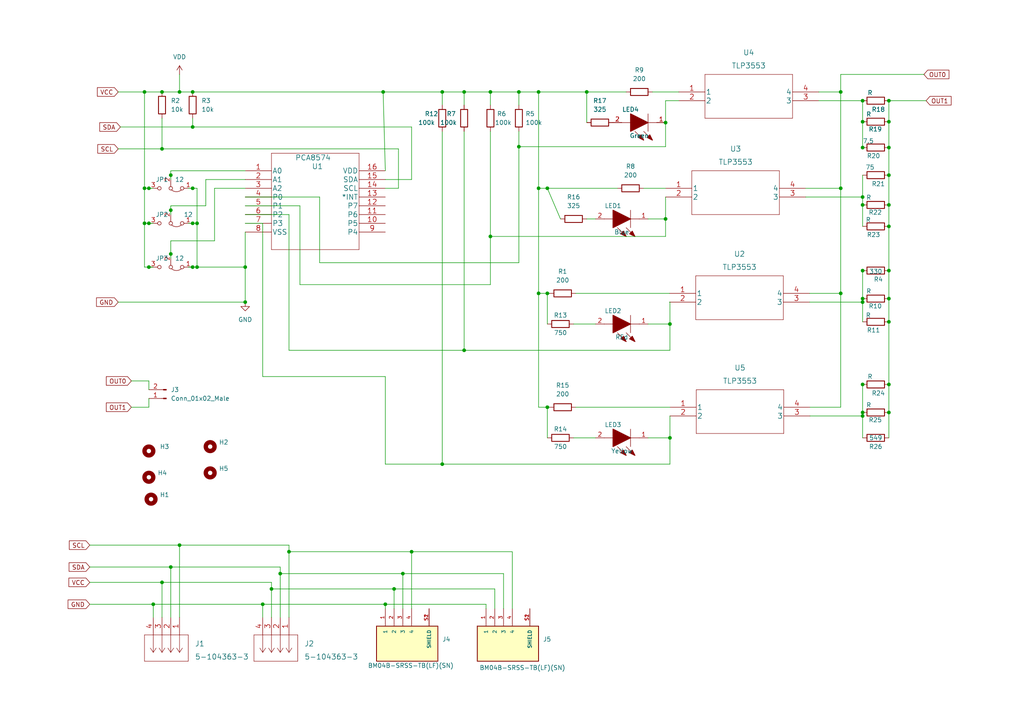
<source format=kicad_sch>
(kicad_sch (version 20230121) (generator eeschema)
  (paper "A4")
  (lib_symbols
    (symbol "5-104363-3:5-104363-3" (pin_names (offset 0.254) hide)
      (property "Reference" "J" (at 8.89 6.35 0))
      (property "Value" "5-104363-3" (at 10.16 -5.08 0))
      (symbol "5-104363-3_1_1"
        (polyline (pts (xy 5.08 -10.16) (xy 12.7 -10.16)) (stroke (width 0.127)))
        (polyline (pts (xy 5.08 2.54) (xy 5.08 -10.16)) (stroke (width 0.127)))
        (polyline (pts (xy 10.16 -7.62) (xy 5.08 -7.62)) (stroke (width 0.127)))
        (polyline (pts (xy 10.16 -7.62) (xy 8.89 -8.4582)) (stroke (width 0.127)))
        (polyline (pts (xy 10.16 -7.62) (xy 8.89 -6.7818)) (stroke (width 0.127)))
        (polyline (pts (xy 10.16 -5.08) (xy 5.08 -5.08)) (stroke (width 0.127)))
        (polyline (pts (xy 10.16 -5.08) (xy 8.89 -5.9182)) (stroke (width 0.127)))
        (polyline (pts (xy 10.16 -5.08) (xy 8.89 -4.2418)) (stroke (width 0.127)))
        (polyline (pts (xy 10.16 -2.54) (xy 5.08 -2.54)) (stroke (width 0.127)))
        (polyline (pts (xy 10.16 -2.54) (xy 8.89 -3.3782)) (stroke (width 0.127)))
        (polyline (pts (xy 10.16 -2.54) (xy 8.89 -1.7018)) (stroke (width 0.127)))
        (polyline (pts (xy 10.16 0) (xy 5.08 0)) (stroke (width 0.127)))
        (polyline (pts (xy 10.16 0) (xy 8.89 -0.8382)) (stroke (width 0.127)))
        (polyline (pts (xy 10.16 0) (xy 8.89 0.8382)) (stroke (width 0.127)))
        (polyline (pts (xy 12.7 -10.16) (xy 12.7 2.54)) (stroke (width 0.127)))
        (polyline (pts (xy 12.7 2.54) (xy 5.08 2.54)) (stroke (width 0.127)))
        (pin unspecified line (at 0 0 0) (length 5.08) (name "1") (number "1"))
        (pin unspecified line (at 0 -2.54 0) (length 5.08) (name "2") (number "2"))
        (pin unspecified line (at 0 -5.08 0) (length 5.08) (name "3") (number "3"))
        (pin unspecified line (at 0 -7.62 0) (length 5.08) (name "4") (number "4"))
      )
    )
    (symbol "BM04B-SRSS-TB_LF__SN_:BM04B-SRSS-TB(LF)(SN)" (pin_names (offset 1.016))
      (property "Reference" "J" (at -5.08 10.795 0))
      (property "Value" "BM04B-SRSS-TB(LF)(SN)" (at -5.08 -10.16 0))
      (symbol "BM04B-SRSS-TB(LF)(SN)_0_0"
        (rectangle (start -5.08 -7.62) (end 5.08 10.16) (stroke (width 0.254)) (fill (type background)))
        (pin passive line (at -10.16 7.62 0) (length 5.08) (name "1") (number "1"))
        (pin passive line (at -10.16 5.08 0) (length 5.08) (name "2") (number "2"))
        (pin passive line (at -10.16 2.54 0) (length 5.08) (name "3") (number "3"))
        (pin passive line (at -10.16 0 0) (length 5.08) (name "4") (number "4"))
        (pin passive line (at -10.16 -5.08 0) (length 5.08) (name "SHIELD") (number "S1"))
        (pin passive line (at -10.16 -5.08 0) (length 5.08) (name "SHIELD") (number "S2"))
      )
    )
    (symbol "Connector:Conn_01x02_Male" (pin_names (offset 1.016) hide)
      (property "Reference" "J" (at 0 2.54 0))
      (property "Value" "Conn_01x02_Male" (at 0 -5.08 0))
      (symbol "Conn_01x02_Male_1_1"
        (polyline (pts (xy 1.27 -2.54) (xy 0.8636 -2.54)) (stroke (width 0.1524)))
        (polyline (pts (xy 1.27 0) (xy 0.8636 0)) (stroke (width 0.1524)))
        (rectangle (start 0.8636 -2.413) (end 0 -2.667) (stroke (width 0.1524)) (fill (type outline)))
        (rectangle (start 0.8636 0.127) (end 0 -0.127) (stroke (width 0.1524)) (fill (type outline)))
        (pin passive line (at 5.08 0 180) (length 3.81) (name "Pin_1") (number "1"))
        (pin passive line (at 5.08 -2.54 180) (length 3.81) (name "Pin_2") (number "2"))
      )
    )
    (symbol "Device:R" (pin_numbers hide) (pin_names (offset 0))
      (property "Reference" "R" (at 2.032 0 90))
      (property "Value" "R" (at 0 0 90))
      (symbol "R_0_1"
        (rectangle (start -1.016 -2.54) (end 1.016 2.54) (stroke (width 0.254)))
      )
      (symbol "R_1_1"
        (pin passive line (at 0 3.81 270) (length 1.27) (name "~") (number "1"))
        (pin passive line (at 0 -3.81 90) (length 1.27) (name "~") (number "2"))
      )
    )
    (symbol "Jumper:Jumper_3_Bridged12" (pin_names (offset 0) hide)
      (property "Reference" "JP" (at -2.54 -2.54 0))
      (property "Value" "Jumper_3_Bridged12" (at 0 2.794 0))
      (symbol "Jumper_3_Bridged12_0_0"
        (circle (center -3.302 0) (radius 0.508))
        (circle (center 0 0) (radius 0.508))
        (circle (center 3.302 0) (radius 0.508))
      )
      (symbol "Jumper_3_Bridged12_0_1"
        (arc (start -0.254 0.508) (mid -1.651 0.9912) (end -3.048 0.508))
        (polyline (pts (xy 0 -1.27) (xy 0 -0.508)))
      )
      (symbol "Jumper_3_Bridged12_1_1"
        (pin passive line (at -6.35 0 0) (length 2.54) (name "A") (number "1"))
        (pin passive line (at 0 -3.81 90) (length 2.54) (name "C") (number "2"))
        (pin passive line (at 6.35 0 180) (length 2.54) (name "B") (number "3"))
      )
    )
    (symbol "Mechanical:MountingHole" (pin_names (offset 1.016))
      (property "Reference" "H" (at 0 5.08 0))
      (property "Value" "MountingHole" (at 0 3.175 0))
      (symbol "MountingHole_0_1"
        (circle (center 0 0) (radius 1.27) (stroke (width 1.27)))
      )
    )
    (symbol "PCA8574PW_118:PCA8574PW_118" (pin_names (offset 0.254))
      (property "Reference" "U" (at 20.32 10.16 0))
      (property "Value" "PCA8574PW_118" (at 20.32 7.62 0))
      (symbol "PCA8574PW_118_1_1"
        (polyline (pts (xy 7.62 -22.86) (xy 33.02 -22.86)) (stroke (width 0.127)))
        (polyline (pts (xy 7.62 5.08) (xy 7.62 -22.86)) (stroke (width 0.127)))
        (polyline (pts (xy 33.02 -22.86) (xy 33.02 5.08)) (stroke (width 0.127)))
        (polyline (pts (xy 33.02 5.08) (xy 7.62 5.08)) (stroke (width 0.127)))
        (pin input line (at 0 0 0) (length 7.62) (name "A0") (number "1"))
        (pin bidirectional line (at 40.64 -15.24 180) (length 7.62) (name "P5") (number "10"))
        (pin bidirectional line (at 40.64 -12.7 180) (length 7.62) (name "P6") (number "11"))
        (pin bidirectional line (at 40.64 -10.16 180) (length 7.62) (name "P7") (number "12"))
        (pin output line (at 40.64 -7.62 180) (length 7.62) (name "*INT") (number "13"))
        (pin input line (at 40.64 -5.08 180) (length 7.62) (name "SCL") (number "14"))
        (pin bidirectional line (at 40.64 -2.54 180) (length 7.62) (name "SDA") (number "15"))
        (pin power_in line (at 40.64 0 180) (length 7.62) (name "VDD") (number "16"))
        (pin input line (at 0 -2.54 0) (length 7.62) (name "A1") (number "2"))
        (pin input line (at 0 -5.08 0) (length 7.62) (name "A2") (number "3"))
        (pin bidirectional line (at 0 -7.62 0) (length 7.62) (name "P0") (number "4"))
        (pin bidirectional line (at 0 -10.16 0) (length 7.62) (name "P1") (number "5"))
        (pin bidirectional line (at 0 -12.7 0) (length 7.62) (name "P2") (number "6"))
        (pin bidirectional line (at 0 -15.24 0) (length 7.62) (name "P3") (number "7"))
        (pin power_in line (at 0 -17.78 0) (length 7.62) (name "VSS") (number "8"))
        (pin bidirectional line (at 40.64 -17.78 180) (length 7.62) (name "P4") (number "9"))
      )
    )
    (symbol "SamacSys_Parts:APT2012LZGCK" (pin_names (offset 0.762))
      (property "Reference" "LED" (at 12.7 8.89 0))
      (property "Value" "APT2012LZGCK" (at 12.7 6.35 0))
      (symbol "APT2012LZGCK_0_0"
        (pin passive line (at 0 0 0) (length 2.54) (name "~") (number "1"))
        (pin passive line (at 15.24 0 180) (length 2.54) (name "~") (number "2"))
      )
      (symbol "APT2012LZGCK_0_1"
        (polyline (pts (xy 2.54 0) (xy 5.08 0)) (stroke (width 0.1524)))
        (polyline (pts (xy 5.08 2.54) (xy 5.08 -2.54)) (stroke (width 0.1524)))
        (polyline (pts (xy 6.35 2.54) (xy 3.81 5.08)) (stroke (width 0.1524)))
        (polyline (pts (xy 8.89 2.54) (xy 6.35 5.08)) (stroke (width 0.1524)))
        (polyline (pts (xy 10.16 0) (xy 12.7 0)) (stroke (width 0.1524)))
        (polyline (pts (xy 5.08 0) (xy 10.16 2.54) (xy 10.16 -2.54) (xy 5.08 0)) (stroke (width 0.254)) (fill (type outline)))
        (polyline (pts (xy 5.334 4.318) (xy 4.572 3.556) (xy 3.81 5.08) (xy 5.334 4.318)) (stroke (width 0.254)) (fill (type outline)))
        (polyline (pts (xy 7.874 4.318) (xy 7.112 3.556) (xy 6.35 5.08) (xy 7.874 4.318)) (stroke (width 0.254)) (fill (type outline)))
      )
    )
    (symbol "TLP3553ATP1_F:TLP3553ATP1_F" (pin_names (offset 0.254))
      (property "Reference" "U" (at 20.32 10.16 0))
      (property "Value" "TLP3553ATP1_F" (at 20.32 7.62 0))
      (symbol "TLP3553ATP1_F_1_1"
        (polyline (pts (xy 7.62 -7.62) (xy 33.02 -7.62)) (stroke (width 0.127)))
        (polyline (pts (xy 7.62 5.08) (xy 7.62 -7.62)) (stroke (width 0.127)))
        (polyline (pts (xy 33.02 -7.62) (xy 33.02 5.08)) (stroke (width 0.127)))
        (polyline (pts (xy 33.02 5.08) (xy 7.62 5.08)) (stroke (width 0.127)))
        (pin unspecified line (at 0 0 0) (length 7.62) (name "1") (number "1"))
        (pin unspecified line (at 0 -2.54 0) (length 7.62) (name "2") (number "2"))
        (pin unspecified line (at 40.64 -2.54 180) (length 7.62) (name "3") (number "3"))
        (pin unspecified line (at 40.64 0 180) (length 7.62) (name "4") (number "4"))
      )
    )
    (symbol "power:GND" (power) (pin_names (offset 0))
      (property "Value" "GND" (at 0 -3.81 0))
      (symbol "GND_0_1"
        (polyline (pts (xy 0 0) (xy 0 -1.27) (xy 1.27 -1.27) (xy 0 -2.54) (xy -1.27 -1.27) (xy 0 -1.27)))
      )
      (symbol "GND_1_1"
        (pin power_in line (at 0 0 270) (length 0) hide (name "GND") (number "1"))
      )
    )
    (symbol "power:VDD" (power) (pin_names (offset 0))
      (property "Value" "VDD" (at 0 3.81 0))
      (symbol "VDD_0_1"
        (polyline (pts (xy -0.762 1.27) (xy 0 2.54)))
        (polyline (pts (xy 0 0) (xy 0 2.54)))
        (polyline (pts (xy 0 2.54) (xy 0.762 1.27)))
      )
      (symbol "VDD_1_1"
        (pin power_in line (at 0 0 90) (length 0) hide (name "VDD") (number "1"))
      )
    )
  )
  (junction (at 250.19 35.306))
  (junction (at 55.88 26.67))
  (junction (at 55.88 77.47))
  (junction (at 243.84 54.61))
  (junction (at 116.84 166.37))
  (junction (at 250.19 29.21))
  (junction (at 142.24 26.67))
  (junction (at 44.45 175.26))
  (junction (at 71.12 87.63))
  (junction (at 41.91 54.61))
  (junction (at 150.495 42.545))
  (junction (at 250.19 86.614))
  (junction (at 250.19 120.65))
  (junction (at 257.81 93.345))
  (junction (at 71.12 77.47))
  (junction (at 76.2 175.26))
  (junction (at 158.75 118.11))
  (junction (at 83.82 160.02))
  (junction (at 250.19 111.506))
  (junction (at 257.81 29.21))
  (junction (at 243.84 85.09))
  (junction (at 41.91 64.77))
  (junction (at 43.18 54.61))
  (junction (at 134.62 101.6))
  (junction (at 250.19 87.63))
  (junction (at 158.75 54.61))
  (junction (at 114.3 170.815))
  (junction (at 55.88 54.61))
  (junction (at 49.53 60.96))
  (junction (at 119.38 160.02))
  (junction (at 49.53 73.66))
  (junction (at 193.04 35.56))
  (junction (at 243.84 26.67))
  (junction (at 46.99 43.18))
  (junction (at 250.19 78.486))
  (junction (at 111.125 26.67))
  (junction (at 250.19 42.799))
  (junction (at 55.88 64.77))
  (junction (at 194.31 93.98))
  (junction (at 52.07 26.67))
  (junction (at 81.28 166.37))
  (junction (at 128.27 26.67))
  (junction (at 257.81 65.659))
  (junction (at 257.81 50.8))
  (junction (at 57.15 64.77))
  (junction (at 55.88 36.83))
  (junction (at 46.99 168.91))
  (junction (at 111.76 175.26))
  (junction (at 49.53 50.8))
  (junction (at 46.99 26.67))
  (junction (at 57.15 77.47))
  (junction (at 43.18 64.77))
  (junction (at 257.81 42.799))
  (junction (at 193.04 63.5))
  (junction (at 156.21 54.61))
  (junction (at 156.21 26.67))
  (junction (at 257.81 119.634))
  (junction (at 150.495 26.67))
  (junction (at 156.21 85.09))
  (junction (at 257.81 78.486))
  (junction (at 250.19 57.15))
  (junction (at 257.81 111.506))
  (junction (at 49.53 164.465))
  (junction (at 257.81 86.614))
  (junction (at 142.24 68.58))
  (junction (at 158.75 85.09))
  (junction (at 41.91 26.67))
  (junction (at 257.81 35.306))
  (junction (at 43.18 77.47))
  (junction (at 170.18 26.67))
  (junction (at 257.81 59.436))
  (junction (at 250.19 59.436))
  (junction (at 52.07 158.115))
  (junction (at 134.62 26.67))
  (junction (at 128.27 134.62))
  (junction (at 194.31 127))
  (junction (at 78.74 170.815))
  (junction (at 250.19 119.634))
  (wire (pts (xy 49.53 73.66) (xy 49.53 69.85)))
  (wire (pts (xy 49.53 164.465) (xy 49.53 179.07)))
  (wire (pts (xy 194.31 87.63) (xy 194.31 93.98)))
  (wire (pts (xy 257.81 50.8) (xy 257.81 59.436)))
  (wire (pts (xy 59.69 52.07) (xy 71.12 52.07)))
  (wire (pts (xy 49.53 50.8) (xy 49.53 49.53)))
  (wire (pts (xy 55.88 36.83) (xy 119.38 36.83)))
  (wire (pts (xy 172.72 63.5) (xy 170.18 63.5)))
  (wire (pts (xy 233.68 54.61) (xy 243.84 54.61)))
  (wire (pts (xy 44.45 77.47) (xy 43.18 77.47)))
  (wire (pts (xy 234.95 120.65) (xy 250.19 120.65)))
  (wire (pts (xy 54.61 64.77) (xy 55.88 64.77)))
  (wire (pts (xy 250.19 111.506) (xy 250.19 119.634)))
  (wire (pts (xy 34.925 36.83) (xy 55.88 36.83)))
  (wire (pts (xy 57.15 54.61) (xy 57.15 64.77)))
  (wire (pts (xy 250.19 57.15) (xy 250.19 59.436)))
  (wire (pts (xy 49.53 52.07) (xy 49.53 50.8)))
  (wire (pts (xy 119.38 36.83) (xy 119.38 52.07)))
  (wire (pts (xy 181.61 26.67) (xy 170.18 26.67)))
  (wire (pts (xy 26.035 158.115) (xy 52.07 158.115)))
  (wire (pts (xy 34.29 26.67) (xy 41.91 26.67)))
  (wire (pts (xy 194.31 127) (xy 194.31 134.62)))
  (wire (pts (xy 49.53 59.69) (xy 59.69 59.69)))
  (wire (pts (xy 44.45 175.26) (xy 76.2 175.26)))
  (wire (pts (xy 250.19 120.65) (xy 250.19 127)))
  (wire (pts (xy 158.75 118.11) (xy 156.21 118.11)))
  (wire (pts (xy 193.04 63.5) (xy 193.04 57.15)))
  (wire (pts (xy 41.91 64.77) (xy 43.18 64.77)))
  (wire (pts (xy 52.07 21.59) (xy 52.07 26.67)))
  (wire (pts (xy 257.81 111.506) (xy 257.81 119.634)))
  (wire (pts (xy 55.88 64.77) (xy 57.15 64.77)))
  (wire (pts (xy 119.38 52.07) (xy 111.76 52.07)))
  (wire (pts (xy 234.823 87.63) (xy 250.19 87.63)))
  (wire (pts (xy 170.18 26.67) (xy 170.18 35.56)))
  (wire (pts (xy 150.495 42.545) (xy 193.04 42.545)))
  (wire (pts (xy 143.51 170.815) (xy 143.51 176.53)))
  (wire (pts (xy 243.84 54.61) (xy 243.84 85.09)))
  (wire (pts (xy 243.84 21.59) (xy 267.97 21.59)))
  (wire (pts (xy 115.57 54.61) (xy 111.76 54.61)))
  (wire (pts (xy 92.71 76.2) (xy 150.495 76.2)))
  (wire (pts (xy 78.74 168.91) (xy 46.99 168.91)))
  (wire (pts (xy 115.57 43.18) (xy 115.57 54.61)))
  (wire (pts (xy 150.495 26.67) (xy 150.495 30.48)))
  (wire (pts (xy 49.53 164.465) (xy 81.28 164.465)))
  (wire (pts (xy 114.3 170.815) (xy 114.3 176.53)))
  (wire (pts (xy 46.99 43.18) (xy 115.57 43.18)))
  (wire (pts (xy 187.96 63.5) (xy 193.04 63.5)))
  (wire (pts (xy 43.18 115.57) (xy 43.18 118.11)))
  (wire (pts (xy 111.76 109.22) (xy 111.76 134.62)))
  (wire (pts (xy 156.21 26.67) (xy 156.21 54.61)))
  (wire (pts (xy 150.495 26.67) (xy 142.24 26.67)))
  (wire (pts (xy 49.53 62.23) (xy 49.53 60.96)))
  (wire (pts (xy 189.23 26.67) (xy 196.85 26.67)))
  (wire (pts (xy 54.61 54.61) (xy 55.88 54.61)))
  (wire (pts (xy 194.31 87.63) (xy 194.183 87.63)))
  (wire (pts (xy 41.91 26.67) (xy 46.99 26.67)))
  (wire (pts (xy 128.27 38.1) (xy 128.27 134.62)))
  (wire (pts (xy 159.385 118.11) (xy 158.75 118.11)))
  (wire (pts (xy 71.12 77.47) (xy 71.12 87.63)))
  (wire (pts (xy 44.45 175.26) (xy 44.45 179.07)))
  (wire (pts (xy 158.75 118.11) (xy 158.75 127)))
  (wire (pts (xy 62.23 69.85) (xy 62.23 54.61)))
  (wire (pts (xy 49.53 49.53) (xy 71.12 49.53)))
  (wire (pts (xy 81.28 166.37) (xy 116.84 166.37)))
  (wire (pts (xy 83.82 62.23) (xy 71.12 62.23)))
  (wire (pts (xy 186.69 54.61) (xy 193.04 54.61)))
  (wire (pts (xy 142.24 68.58) (xy 193.04 68.58)))
  (wire (pts (xy 46.99 26.67) (xy 52.07 26.67)))
  (wire (pts (xy 243.84 85.09) (xy 243.84 118.11)))
  (wire (pts (xy 41.91 77.47) (xy 41.91 64.77)))
  (wire (pts (xy 250.19 50.8) (xy 250.19 57.15)))
  (wire (pts (xy 55.88 36.83) (xy 55.88 34.29)))
  (wire (pts (xy 71.12 64.77) (xy 76.2 64.77)))
  (wire (pts (xy 71.12 67.31) (xy 71.12 77.47)))
  (wire (pts (xy 134.62 38.1) (xy 134.62 101.6)))
  (wire (pts (xy 119.38 160.02) (xy 119.38 176.53)))
  (wire (pts (xy 71.12 57.15) (xy 92.71 57.15)))
  (wire (pts (xy 140.97 175.26) (xy 111.76 175.26)))
  (wire (pts (xy 193.04 68.58) (xy 193.04 63.5)))
  (wire (pts (xy 76.2 175.26) (xy 111.76 175.26)))
  (wire (pts (xy 257.81 35.306) (xy 257.81 42.799)))
  (wire (pts (xy 55.88 26.67) (xy 111.125 26.67)))
  (wire (pts (xy 128.27 26.67) (xy 128.27 30.48)))
  (wire (pts (xy 250.19 78.486) (xy 250.19 86.614)))
  (wire (pts (xy 34.29 87.63) (xy 71.12 87.63)))
  (wire (pts (xy 257.81 29.21) (xy 268.605 29.21)))
  (wire (pts (xy 250.19 35.306) (xy 250.19 42.799)))
  (wire (pts (xy 49.53 69.85) (xy 62.23 69.85)))
  (wire (pts (xy 142.24 26.67) (xy 142.24 30.48)))
  (wire (pts (xy 76.2 109.22) (xy 111.76 109.22)))
  (wire (pts (xy 128.27 134.62) (xy 194.31 134.62)))
  (wire (pts (xy 142.24 38.1) (xy 142.24 68.58)))
  (wire (pts (xy 86.995 82.55) (xy 142.24 82.55)))
  (wire (pts (xy 193.04 29.21) (xy 193.04 35.56)))
  (wire (pts (xy 52.07 158.115) (xy 83.82 158.115)))
  (wire (pts (xy 257.81 65.659) (xy 257.81 78.486)))
  (wire (pts (xy 257.81 86.614) (xy 257.81 93.345)))
  (wire (pts (xy 43.18 77.47) (xy 41.91 77.47)))
  (wire (pts (xy 158.75 85.09) (xy 156.21 85.09)))
  (wire (pts (xy 257.81 78.486) (xy 257.81 86.614)))
  (wire (pts (xy 194.31 120.65) (xy 194.31 127)))
  (wire (pts (xy 49.53 74.93) (xy 49.53 73.66)))
  (wire (pts (xy 78.74 170.815) (xy 114.3 170.815)))
  (wire (pts (xy 114.3 170.815) (xy 143.51 170.815)))
  (wire (pts (xy 146.05 166.37) (xy 146.05 176.53)))
  (wire (pts (xy 111.76 176.53) (xy 111.76 175.26)))
  (wire (pts (xy 257.81 119.634) (xy 257.81 127)))
  (wire (pts (xy 86.995 59.69) (xy 86.995 82.55)))
  (wire (pts (xy 243.84 21.59) (xy 243.84 26.67)))
  (wire (pts (xy 111.125 26.67) (xy 128.27 26.67)))
  (wire (pts (xy 81.28 166.37) (xy 81.28 179.07)))
  (wire (pts (xy 76.2 175.26) (xy 76.2 179.07)))
  (wire (pts (xy 54.61 77.47) (xy 55.88 77.47)))
  (wire (pts (xy 196.85 29.21) (xy 193.04 29.21)))
  (wire (pts (xy 92.71 57.15) (xy 92.71 76.2)))
  (wire (pts (xy 250.19 42.799) (xy 250.19 42.926)))
  (wire (pts (xy 250.19 86.614) (xy 250.19 87.63)))
  (wire (pts (xy 78.74 170.815) (xy 78.74 168.91)))
  (wire (pts (xy 83.82 158.115) (xy 83.82 160.02)))
  (wire (pts (xy 62.23 54.61) (xy 71.12 54.61)))
  (wire (pts (xy 250.19 111.252) (xy 250.19 111.506)))
  (wire (pts (xy 140.97 176.53) (xy 140.97 175.26)))
  (wire (pts (xy 46.99 168.91) (xy 26.035 168.91)))
  (wire (pts (xy 81.28 164.465) (xy 81.28 166.37)))
  (wire (pts (xy 257.81 59.436) (xy 257.81 65.659)))
  (wire (pts (xy 250.19 119.634) (xy 250.19 120.65)))
  (wire (pts (xy 83.82 160.02) (xy 83.82 179.07)))
  (wire (pts (xy 49.53 60.96) (xy 49.53 59.69)))
  (wire (pts (xy 237.49 29.21) (xy 250.19 29.21)))
  (wire (pts (xy 158.75 54.61) (xy 162.56 63.5)))
  (wire (pts (xy 128.27 26.67) (xy 134.62 26.67)))
  (wire (pts (xy 57.15 64.77) (xy 57.15 77.47)))
  (wire (pts (xy 159.385 85.09) (xy 158.75 85.09)))
  (wire (pts (xy 134.62 26.67) (xy 142.24 26.67)))
  (wire (pts (xy 111.125 26.67) (xy 111.76 49.53)))
  (wire (pts (xy 119.38 160.02) (xy 148.59 160.02)))
  (wire (pts (xy 167.005 85.09) (xy 194.183 85.09)))
  (wire (pts (xy 116.84 166.37) (xy 146.05 166.37)))
  (wire (pts (xy 26.035 175.26) (xy 44.45 175.26)))
  (wire (pts (xy 150.495 26.67) (xy 156.21 26.67)))
  (wire (pts (xy 167.005 118.11) (xy 194.31 118.11)))
  (wire (pts (xy 52.07 26.67) (xy 55.88 26.67)))
  (wire (pts (xy 194.31 93.98) (xy 194.31 101.6)))
  (wire (pts (xy 234.823 85.09) (xy 243.84 85.09)))
  (wire (pts (xy 111.76 134.62) (xy 128.27 134.62)))
  (wire (pts (xy 46.99 168.91) (xy 46.99 179.07)))
  (wire (pts (xy 156.21 118.11) (xy 156.21 85.09)))
  (wire (pts (xy 38.1 110.49) (xy 43.18 110.49)))
  (wire (pts (xy 134.62 101.6) (xy 83.82 101.6)))
  (wire (pts (xy 43.18 110.49) (xy 43.18 113.03)))
  (wire (pts (xy 41.91 26.67) (xy 41.91 54.61)))
  (wire (pts (xy 179.07 54.61) (xy 158.75 54.61)))
  (wire (pts (xy 233.68 57.15) (xy 250.19 57.15)))
  (wire (pts (xy 41.91 64.77) (xy 41.91 54.61)))
  (wire (pts (xy 150.495 38.1) (xy 150.495 42.545)))
  (wire (pts (xy 41.91 54.61) (xy 43.18 54.61)))
  (wire (pts (xy 59.69 59.69) (xy 59.69 52.07)))
  (wire (pts (xy 46.99 34.29) (xy 46.99 43.18)))
  (wire (pts (xy 193.04 35.56) (xy 193.04 42.545)))
  (wire (pts (xy 257.81 29.21) (xy 257.81 35.306)))
  (wire (pts (xy 134.62 26.67) (xy 134.62 30.48)))
  (wire (pts (xy 187.96 93.98) (xy 194.31 93.98)))
  (wire (pts (xy 234.95 118.11) (xy 243.84 118.11)))
  (wire (pts (xy 172.72 93.98) (xy 166.37 93.98)))
  (wire (pts (xy 76.2 64.77) (xy 76.2 109.22)))
  (wire (pts (xy 78.74 179.07) (xy 78.74 170.815)))
  (wire (pts (xy 142.24 82.55) (xy 142.24 68.58)))
  (wire (pts (xy 250.19 78.232) (xy 250.19 78.486)))
  (wire (pts (xy 150.495 76.2) (xy 150.495 42.545)))
  (wire (pts (xy 26.035 164.465) (xy 49.53 164.465)))
  (wire (pts (xy 34.29 43.18) (xy 46.99 43.18)))
  (wire (pts (xy 187.96 127) (xy 194.31 127)))
  (wire (pts (xy 116.84 166.37) (xy 116.84 176.53)))
  (wire (pts (xy 250.19 59.436) (xy 250.19 65.659)))
  (wire (pts (xy 43.18 64.77) (xy 44.45 64.77)))
  (wire (pts (xy 148.59 160.02) (xy 148.59 176.53)))
  (wire (pts (xy 250.19 29.21) (xy 250.19 35.306)))
  (wire (pts (xy 257.81 42.799) (xy 257.81 50.8)))
  (wire (pts (xy 158.75 85.09) (xy 158.75 93.98)))
  (wire (pts (xy 57.15 77.47) (xy 71.12 77.47)))
  (wire (pts (xy 134.62 101.6) (xy 194.31 101.6)))
  (wire (pts (xy 83.82 62.23) (xy 83.82 101.6)))
  (wire (pts (xy 250.19 87.63) (xy 250.19 93.345)))
  (wire (pts (xy 55.88 77.47) (xy 57.15 77.47)))
  (wire (pts (xy 71.12 59.69) (xy 86.995 59.69)))
  (wire (pts (xy 43.18 54.61) (xy 44.45 54.61)))
  (wire (pts (xy 43.18 118.11) (xy 38.1 118.11)))
  (wire (pts (xy 156.21 54.61) (xy 156.21 85.09)))
  (wire (pts (xy 83.82 160.02) (xy 119.38 160.02)))
  (wire (pts (xy 172.72 127) (xy 166.37 127)))
  (wire (pts (xy 257.81 93.345) (xy 257.81 111.506)))
  (wire (pts (xy 52.07 158.115) (xy 52.07 179.07)))
  (wire (pts (xy 243.84 26.67) (xy 243.84 54.61)))
  (wire (pts (xy 55.88 54.61) (xy 57.15 54.61)))
  (wire (pts (xy 158.75 54.61) (xy 156.21 54.61)))
  (wire (pts (xy 170.18 26.67) (xy 156.21 26.67)))
  (wire (pts (xy 237.49 26.67) (xy 243.84 26.67)))
  (global_label "OUT1" (shape input) (at 38.1 118.11 180) (property "Intersheetrefs" "${INTERSHEET_REFS}" (effects hide)))
  (global_label "VCC" (shape input) (at 26.035 168.91 180) (property "Intersheetrefs" "${INTERSHEET_REFS}" (effects hide)))
  (global_label "SCL" (shape input) (at 34.29 43.18 180) (property "Intersheetrefs" "${INTERSHEET_REFS}" (effects hide)))
  (global_label "VCC" (shape input) (at 34.29 26.67 180) (property "Intersheetrefs" "${INTERSHEET_REFS}" (effects hide)))
  (global_label "OUT0" (shape input) (at 267.97 21.59 0) (property "Intersheetrefs" "${INTERSHEET_REFS}" (effects hide)))
  (global_label "SDA" (shape input) (at 26.035 164.465 180) (property "Intersheetrefs" "${INTERSHEET_REFS}" (effects hide)))
  (global_label "SCL" (shape input) (at 26.035 158.115 180) (property "Intersheetrefs" "${INTERSHEET_REFS}" (effects hide)))
  (global_label "OUT0" (shape input) (at 38.1 110.49 180) (property "Intersheetrefs" "${INTERSHEET_REFS}" (effects hide)))
  (global_label "GND" (shape input) (at 34.29 87.63 180) (property "Intersheetrefs" "${INTERSHEET_REFS}" (effects hide)))
  (global_label "GND" (shape input) (at 26.035 175.26 180) (property "Intersheetrefs" "${INTERSHEET_REFS}" (effects hide)))
  (global_label "OUT1" (shape input) (at 268.605 29.21 0) (property "Intersheetrefs" "${INTERSHEET_REFS}" (effects hide)))
  (global_label "SDA" (shape input) (at 34.925 36.83 180) (property "Intersheetrefs" "${INTERSHEET_REFS}" (effects hide)))
  (symbol (lib_id "Device:R") (at 134.62 34.29 180) (unit 1)
    (property "Reference" "R7" (at 129.54 33.02 0) (effects (justify right)))
    (property "Value" "100k" (at 127.635 35.56 0) (effects (justify right)))
    (property "Footprint" "Resistor_SMD:R_0805_2012Metric" (effects hide))
  )
  (symbol (lib_id "Device:R") (at 162.56 127 90) (unit 1)
    (property "Reference" "R14" (at 162.56 124.46 90))
    (property "Value" "750" (at 162.56 129.54 90))
    (property "Footprint" "Resistor_SMD:R_0805_2012Metric" (effects hide))
  )
  (symbol (lib_id "Device:R") (at 163.195 85.09 90) (unit 1)
    (property "Reference" "R1" (at 163.195 78.74 90))
    (property "Value" "200" (at 163.195 81.28 90))
    (property "Footprint" "Resistor_SMD:R_0805_2012Metric" (effects hide))
  )
  (symbol (lib_id "Device:R") (at 150.495 34.29 180) (unit 1)
    (property "Reference" "R5" (at 152.4 33.02 0) (effects (justify right)))
    (property "Value" "100k" (at 152.4 35.56 0) (effects (justify right)))
    (property "Footprint" "Resistor_SMD:R_0805_2012Metric" (effects hide))
  )
  (symbol (lib_id "Device:R") (at 166.37 63.5 90) (unit 1)
    (property "Reference" "R16" (at 166.37 57.15 90))
    (property "Value" "325" (at 166.37 59.69 90))
    (property "Footprint" "Resistor_SMD:R_0805_2012Metric" (effects hide))
  )
  (symbol (lib_id "Mechanical:MountingHole") (at 43.815 144.78 0) (unit 1)
    (property "Reference" "H1" (at 46.355 143.5099 0) (effects (justify left)))
    (property "Value" " " (at 46.355 146.0499 0) (effects (justify left)))
    (property "Footprint" "MountingHole:MountingHole_2.7mm_M2.5" (effects hide))
  )
  (symbol (lib_id "Mechanical:MountingHole") (at 60.96 129.54 0) (unit 1)
    (property "Reference" "H2" (at 63.5 128.2699 0) (effects (justify left)))
    (property "Value" " " (at 63.5 130.8099 0) (effects (justify left)))
    (property "Footprint" "MountingHole:MountingHole_2.7mm_M2.5" (effects hide))
  )
  (symbol (lib_id "PCA8574PW_118:PCA8574PW_118") (at 71.12 49.53 0) (unit 1)
    (property "Reference" "U1" (at 92.075 48.26 0) (effects (font (size 1.524 1.524))))
    (property "Value" "PCA8574" (at 90.805 45.72 0) (effects (font (size 1.524 1.524))))
    (property "Footprint" "library_components:PCA8574PW_118" (effects hide))
  )
  (symbol (lib_id "Device:R") (at 163.195 118.11 90) (unit 1)
    (property "Reference" "R15" (at 163.195 111.76 90))
    (property "Value" "200" (at 163.195 114.3 90))
    (property "Footprint" "Resistor_SMD:R_0805_2012Metric" (effects hide))
  )
  (symbol (lib_id "Device:R") (at 254 127 90) (unit 1)
    (property "Reference" "R26" (at 254 129.54 90))
    (property "Value" "549" (at 254 127 90))
    (property "Footprint" "Resistor_SMD:R_1206_3216Metric_Pad1.30x1.75mm_HandSolder" (effects hide))
  )
  (symbol (lib_id "Device:R") (at 254 29.21 90) (unit 1)
    (property "Reference" "R18" (at 254.762 31.75 90))
    (property "Value" "R" (at 252.349 26.924 90))
    (property "Footprint" "Resistor_SMD:R_1206_3216Metric_Pad1.30x1.75mm_HandSolder" (effects hide))
  )
  (symbol (lib_id "Mechanical:MountingHole") (at 60.96 137.16 0) (unit 1)
    (property "Reference" "H5" (at 63.5 135.8899 0) (effects (justify left)))
    (property "Value" " " (at 63.5 138.4299 0) (effects (justify left)))
    (property "Footprint" "MountingHole:MountingHole_2.7mm_M2.5" (effects hide))
  )
  (symbol (lib_id "SamacSys_Parts:APT2012LZGCK") (at 187.96 127 180) (unit 1)
    (property "Reference" "LED3" (at 177.8 123.19 0))
    (property "Value" "Yellow" (at 180.34 130.81 0))
    (property "Footprint" "library_components:LEDC2012X85N" (effects hide))
    (property "Datasheet" "http://www.kingbrightusa.com/images/catalog/SPEC/APT2012LZGCK.pdf" (effects hide))
    (property "Description" "Standard LEDs - SMD 2.0X1.2MM LOW CRNT" (effects hide))
    (property "Height" "0.85" (effects hide))
    (property "Mouser Part Number" "604-APT2012LZGCK" (effects hide))
    (property "Mouser Price/Stock" "https://www.mouser.co.uk/ProductDetail/Kingbright/APT2012LZGCK?qs=6oMev5NRZMHOosFiXb%2F3qw%3D%3D" (effects hide))
    (property "Manufacturer_Name" "Kingbright" (effects hide))
    (property "Manufacturer_Part_Number" "APT2012LZGCK" (effects hide))
  )
  (symbol (lib_id "SamacSys_Parts:APT2012LZGCK") (at 187.96 63.5 180) (unit 1)
    (property "Reference" "LED1" (at 177.8 59.69 0))
    (property "Value" "Blue" (at 180.34 67.31 0))
    (property "Footprint" "library_components:LEDC2012X85N" (effects hide))
    (property "Datasheet" "http://www.kingbrightusa.com/images/catalog/SPEC/APT2012LZGCK.pdf" (effects hide))
    (property "Description" "Standard LEDs - SMD 2.0X1.2MM LOW CRNT" (effects hide))
    (property "Height" "0.85" (effects hide))
    (property "Mouser Part Number" "604-APT2012LZGCK" (effects hide))
    (property "Mouser Price/Stock" "https://www.mouser.co.uk/ProductDetail/Kingbright/APT2012LZGCK?qs=6oMev5NRZMHOosFiXb%2F3qw%3D%3D" (effects hide))
    (property "Manufacturer_Name" "Kingbright" (effects hide))
    (property "Manufacturer_Part_Number" "APT2012LZGCK" (effects hide))
  )
  (symbol (lib_id "Jumper:Jumper_3_Bridged12") (at 49.53 54.61 180) (unit 1)
    (property "Reference" "JP1" (at 46.99 52.07 0))
    (property "Value" "12" (at 52.07 52.07 0))
    (property "Footprint" "Jumper:SolderJumper-3_P1.3mm_Bridged12_Pad1.0x1.5mm" (effects hide))
  )
  (symbol (lib_id "Device:R") (at 46.99 30.48 180) (unit 1)
    (property "Reference" "R2" (at 49.53 29.2099 0) (effects (justify right)))
    (property "Value" "10k" (at 49.53 31.75 0) (effects (justify right)))
    (property "Footprint" "Resistor_SMD:R_0805_2012Metric" (effects hide))
  )
  (symbol (lib_id "Device:R") (at 55.88 30.48 180) (unit 1)
    (property "Reference" "R3" (at 58.42 29.2099 0) (effects (justify right)))
    (property "Value" "10k" (at 58.42 31.7499 0) (effects (justify right)))
    (property "Footprint" "Resistor_SMD:R_0805_2012Metric" (effects hide))
  )
  (symbol (lib_id "Connector:Conn_01x02_Male") (at 48.26 115.57 180) (unit 1)
    (property "Reference" "J3" (at 49.53 113.0299 0) (effects (justify right)))
    (property "Value" "Conn_01x02_Male" (at 49.53 115.5699 0) (effects (justify right)))
    (property "Footprint" "Connector_PinHeader_2.54mm:PinHeader_1x02_P2.54mm_Vertical" (effects hide))
  )
  (symbol (lib_id "power:VDD") (at 52.07 21.59 0) (unit 1)
    (property "Reference" "#PWR01" (effects hide))
    (property "Value" "VDD" (at 52.07 16.51 0))
  )
  (symbol (lib_id "Device:R") (at 182.88 54.61 90) (unit 1)
    (property "Reference" "R8" (at 182.88 48.26 90))
    (property "Value" "200" (at 182.88 50.8 90))
    (property "Footprint" "Resistor_SMD:R_0805_2012Metric" (effects hide))
  )
  (symbol (lib_id "Device:R") (at 185.42 26.67 90) (unit 1)
    (property "Reference" "R9" (at 185.42 20.32 90))
    (property "Value" "200" (at 185.42 22.86 90))
    (property "Footprint" "Resistor_SMD:R_0805_2012Metric" (effects hide))
  )
  (symbol (lib_id "SamacSys_Parts:APT2012LZGCK") (at 187.96 93.98 180) (unit 1)
    (property "Reference" "LED2" (at 177.8 90.17 0))
    (property "Value" "REd" (at 180.34 97.79 0))
    (property "Footprint" "library_components:LEDC2012X85N" (effects hide))
    (property "Datasheet" "http://www.kingbrightusa.com/images/catalog/SPEC/APT2012LZGCK.pdf" (effects hide))
    (property "Description" "Standard LEDs - SMD 2.0X1.2MM LOW CRNT" (effects hide))
    (property "Height" "0.85" (effects hide))
    (property "Mouser Part Number" "604-APT2012LZGCK" (effects hide))
    (property "Mouser Price/Stock" "https://www.mouser.co.uk/ProductDetail/Kingbright/APT2012LZGCK?qs=6oMev5NRZMHOosFiXb%2F3qw%3D%3D" (effects hide))
    (property "Manufacturer_Name" "Kingbright" (effects hide))
    (property "Manufacturer_Part_Number" "APT2012LZGCK" (effects hide))
  )
  (symbol (lib_id "BM04B-SRSS-TB_LF__SN_:BM04B-SRSS-TB(LF)(SN)") (at 119.38 186.69 90) (mirror x) (unit 1)
    (property "Reference" "J4" (at 128.27 185.4199 90) (effects (justify right)))
    (property "Value" "BM04B-SRSS-TB(LF)(SN)" (at 106.68 193.04 90) (effects (justify right)))
    (property "Footprint" "library_components:CONN_BM04B-SRSS-TB(LF)(SN)" (effects hide))
    (property "MANUFACTURER" "JST" (effects hide))
    (property "PARTREV" "N/A" (effects hide))
    (property "STANDARD" "Manufacturer Recommendations" (effects hide))
  )
  (symbol (lib_id "power:GND") (at 71.12 87.63 0) (unit 1)
    (property "Reference" "#PWR02" (effects hide))
    (property "Value" "GND" (at 71.12 92.71 0))
  )
  (symbol (lib_id "Device:R") (at 142.24 34.29 180) (unit 1)
    (property "Reference" "R6" (at 144.145 33.02 0) (effects (justify right)))
    (property "Value" "100k" (at 143.51 35.56 0) (effects (justify right)))
    (property "Footprint" "Resistor_SMD:R_0805_2012Metric" (effects hide))
  )
  (symbol (lib_id "Device:R") (at 254 78.486 90) (unit 1)
    (property "Reference" "R4" (at 254.762 81.026 90))
    (property "Value" "330" (at 254 78.74 90))
    (property "Footprint" "Resistor_SMD:R_1206_3216Metric_Pad1.30x1.75mm_HandSolder" (effects hide))
  )
  (symbol (lib_id "5-104363-3:5-104363-3") (at 83.82 179.07 270) (unit 1)
    (property "Reference" "J2" (at 88.265 186.69 90) (effects (font (size 1.524 1.524)) (justify left)))
    (property "Value" "5-104363-3" (at 88.265 190.5 90) (effects (font (size 1.524 1.524)) (justify left)))
    (property "Footprint" "library_components:5-104363-3" (effects hide))
  )
  (symbol (lib_id "BM04B-SRSS-TB_LF__SN_:BM04B-SRSS-TB(LF)(SN)") (at 148.59 186.69 90) (mirror x) (unit 1)
    (property "Reference" "J5" (at 157.48 185.4199 90) (effects (justify right)))
    (property "Value" "BM04B-SRSS-TB(LF)(SN)" (at 139.065 193.675 90) (effects (justify right)))
    (property "Footprint" "library_components:CONN_BM04B-SRSS-TB(LF)(SN)" (effects hide))
    (property "MANUFACTURER" "JST" (effects hide))
    (property "PARTREV" "N/A" (effects hide))
    (property "STANDARD" "Manufacturer Recommendations" (effects hide))
  )
  (symbol (lib_id "Mechanical:MountingHole") (at 43.18 138.43 0) (unit 1)
    (property "Reference" "H4" (at 45.72 137.1599 0) (effects (justify left)))
    (property "Value" " " (at 45.72 139.6999 0) (effects (justify left)))
    (property "Footprint" "MountingHole:MountingHole_2.7mm_M2.5" (effects hide))
  )
  (symbol (lib_id "Device:R") (at 254 35.306 90) (unit 1)
    (property "Reference" "R19" (at 253.873 37.465 90))
    (property "Value" "R" (at 251.968 33.147 90))
    (property "Footprint" "Resistor_SMD:R_1206_3216Metric_Pad1.30x1.75mm_HandSolder" (effects hide))
  )
  (symbol (lib_id "Device:R") (at 254 65.659 90) (unit 1)
    (property "Reference" "R23" (at 253.365 68.072 90))
    (property "Value" "R" (at 251.841 63.754 90))
    (property "Footprint" "Resistor_SMD:R_1206_3216Metric_Pad1.30x1.75mm_HandSolder" (effects hide))
  )
  (symbol (lib_id "TLP3553ATP1_F:TLP3553ATP1_F") (at 194.31 118.11 0) (unit 1)
    (property "Reference" "U5" (at 214.63 106.68 0) (effects (font (size 1.524 1.524))))
    (property "Value" "TLP3553" (at 214.63 110.49 0) (effects (font (size 1.524 1.524))))
    (property "Footprint" "library_components:TLP3553ATP1_F" (effects hide))
  )
  (symbol (lib_id "Device:R") (at 254 59.436 90) (unit 1)
    (property "Reference" "R22" (at 253.873 61.595 90))
    (property "Value" "R" (at 251.968 57.277 90))
    (property "Footprint" "Resistor_SMD:R_1206_3216Metric_Pad1.30x1.75mm_HandSolder" (effects hide))
  )
  (symbol (lib_id "Device:R") (at 254 93.345 90) (unit 1)
    (property "Reference" "R11" (at 253.365 95.758 90))
    (property "Value" "R" (at 251.841 91.44 90))
    (property "Footprint" "Resistor_SMD:R_1206_3216Metric_Pad1.30x1.75mm_HandSolder" (effects hide))
  )
  (symbol (lib_id "Device:R") (at 254 86.614 90) (unit 1)
    (property "Reference" "R10" (at 253.873 88.773 90))
    (property "Value" "R" (at 251.968 84.455 90))
    (property "Footprint" "Resistor_SMD:R_1206_3216Metric_Pad1.30x1.75mm_HandSolder" (effects hide))
  )
  (symbol (lib_id "Jumper:Jumper_3_Bridged12") (at 49.53 77.47 180) (unit 1)
    (property "Reference" "JP3" (at 46.99 74.93 0))
    (property "Value" "12" (at 52.07 74.93 0))
    (property "Footprint" "Jumper:SolderJumper-3_P1.3mm_Bridged12_Pad1.0x1.5mm" (effects hide))
  )
  (symbol (lib_id "Mechanical:MountingHole") (at 43.18 130.81 0) (unit 1)
    (property "Reference" "H3" (at 46.355 129.5399 0) (effects (justify left)))
    (property "Value" " " (at 46.355 132.0799 0) (effects (justify left)))
    (property "Footprint" "MountingHole:MountingHole_2.7mm_M2.5" (effects hide))
  )
  (symbol (lib_id "Device:R") (at 254 111.506 90) (unit 1)
    (property "Reference" "R24" (at 254.762 114.046 90))
    (property "Value" "R" (at 252.349 109.22 90))
    (property "Footprint" "Resistor_SMD:R_1206_3216Metric_Pad1.30x1.75mm_HandSolder" (effects hide))
  )
  (symbol (lib_id "Device:R") (at 254 50.8 90) (unit 1)
    (property "Reference" "R21" (at 254.762 53.34 90))
    (property "Value" "75" (at 252.349 48.514 90))
    (property "Footprint" "Resistor_SMD:R_1206_3216Metric_Pad1.30x1.75mm_HandSolder" (effects hide))
  )
  (symbol (lib_id "Jumper:Jumper_3_Bridged12") (at 49.53 64.77 180) (unit 1)
    (property "Reference" "JP2" (at 46.99 62.23 0))
    (property "Value" "12" (at 54.61 62.23 0))
    (property "Footprint" "Jumper:SolderJumper-3_P1.3mm_Bridged12_Pad1.0x1.5mm" (effects hide))
  )
  (symbol (lib_id "TLP3553ATP1_F:TLP3553ATP1_F") (at 193.04 54.61 0) (unit 1)
    (property "Reference" "U3" (at 213.36 43.18 0) (effects (font (size 1.524 1.524))))
    (property "Value" "TLP3553" (at 213.36 46.99 0) (effects (font (size 1.524 1.524))))
    (property "Footprint" "library_components:TLP3553ATP1_F" (effects hide))
  )
  (symbol (lib_id "TLP3553ATP1_F:TLP3553ATP1_F") (at 196.85 26.67 0) (unit 1)
    (property "Reference" "U4" (at 217.17 15.24 0) (effects (font (size 1.524 1.524))))
    (property "Value" "TLP3553" (at 217.17 19.05 0) (effects (font (size 1.524 1.524))))
    (property "Footprint" "library_components:TLP3553ATP1_F" (effects hide))
  )
  (symbol (lib_id "TLP3553ATP1_F:TLP3553ATP1_F") (at 194.183 85.09 0) (unit 1)
    (property "Reference" "U2" (at 214.503 73.66 0) (effects (font (size 1.524 1.524))))
    (property "Value" "TLP3553" (at 214.503 77.47 0) (effects (font (size 1.524 1.524))))
    (property "Footprint" "library_components:TLP3553ATP1_F" (effects hide))
  )
  (symbol (lib_id "Device:R") (at 254 42.799 90) (unit 1)
    (property "Reference" "R20" (at 253.365 45.212 90))
    (property "Value" "7.5" (at 251.841 40.894 90))
    (property "Footprint" "Resistor_SMD:R_1206_3216Metric_Pad1.30x1.75mm_HandSolder" (effects hide))
  )
  (symbol (lib_id "SamacSys_Parts:APT2012LZGCK") (at 193.04 35.56 180) (unit 1)
    (property "Reference" "LED4" (at 182.88 31.75 0))
    (property "Value" "Green" (at 185.42 39.37 0))
    (property "Footprint" "library_components:LEDC2012X85N" (effects hide))
    (property "Datasheet" "http://www.kingbrightusa.com/images/catalog/SPEC/APT2012LZGCK.pdf" (effects hide))
    (property "Description" "Standard LEDs - SMD 2.0X1.2MM LOW CRNT" (effects hide))
    (property "Height" "0.85" (effects hide))
    (property "Mouser Part Number" "604-APT2012LZGCK" (effects hide))
    (property "Mouser Price/Stock" "https://www.mouser.co.uk/ProductDetail/Kingbright/APT2012LZGCK?qs=6oMev5NRZMHOosFiXb%2F3qw%3D%3D" (effects hide))
    (property "Manufacturer_Name" "Kingbright" (effects hide))
    (property "Manufacturer_Part_Number" "APT2012LZGCK" (effects hide))
  )
  (symbol (lib_id "5-104363-3:5-104363-3") (at 52.07 179.07 270) (unit 1)
    (property "Reference" "J1" (at 56.515 186.69 90) (effects (font (size 1.524 1.524)) (justify left)))
    (property "Value" "5-104363-3" (at 56.515 190.5 90) (effects (font (size 1.524 1.524)) (justify left)))
    (property "Footprint" "library_components:5-104363-3" (effects hide))
  )
  (symbol (lib_id "Device:R") (at 128.27 34.29 180) (unit 1)
    (property "Reference" "R12" (at 123.19 33.02 0) (effects (justify right)))
    (property "Value" "100k" (at 121.285 35.56 0) (effects (justify right)))
    (property "Footprint" "Resistor_SMD:R_0805_2012Metric" (effects hide))
  )
  (symbol (lib_id "Device:R") (at 173.99 35.56 90) (unit 1)
    (property "Reference" "R17" (at 173.99 29.21 90))
    (property "Value" "325" (at 173.99 31.75 90))
    (property "Footprint" "Resistor_SMD:R_0805_2012Metric" (effects hide))
  )
  (symbol (lib_id "Device:R") (at 254 119.634 90) (unit 1)
    (property "Reference" "R25" (at 253.873 121.793 90))
    (property "Value" "R" (at 251.968 117.475 90))
    (property "Footprint" "Resistor_SMD:R_1206_3216Metric_Pad1.30x1.75mm_HandSolder" (effects hide))
  )
  (symbol (lib_id "Device:R") (at 162.56 93.98 90) (unit 1)
    (property "Reference" "R13" (at 162.56 91.44 90))
    (property "Value" "750" (at 162.56 96.52 90))
    (property "Footprint" "Resistor_SMD:R_0805_2012Metric" (effects hide))
  )
)
</source>
